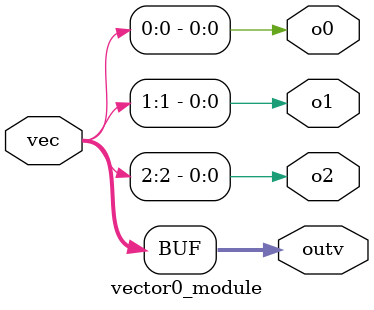
<source format=v>
module vector0_module ( 
   input wire [2:0] vec,
   output wire [2:0] outv,
   output wire o2,
   output wire o1,
   output wire o0  ); 
	assign outv = vec;
   assign o2 = vec[2];
   assign o1 = vec[1];
   assign o0 = vec[0];
endmodule
</source>
